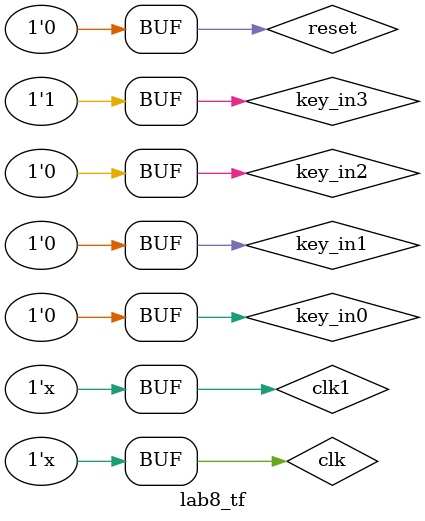
<source format=v>
`timescale 1 ns / 1 ns

module lab8_tf();

parameter D1 = 167;
parameter D2 = 976563;

// Inputs
    reg clk;
    reg clk1;
    reg key_in0;
    reg key_in1;
    reg key_in2;
    reg key_in3;
    reg reset;


// Outputs
    wire a;
    wire b;
    wire c;
    wire d;
    wire e;
    wire f;
    wire g;
    wire key_out1;
    wire key_out2;
    wire key_out3;
    wire key_out4;
    wire LED0;
    wire LED1;
    wire LED2;
    wire LED3;
    wire LED4;
    wire LEDVCC1;
    wire LEDVCC2;
    wire LEDVCC3;
    wire LEDVCC4;
    wire PointTime;


// Bidirs


// Instantiate the UUT
    lab8 UUT (
        .a(a), 
        .b(b), 
        .c(c), 
        .clk(clk), 
        .clk1(clk1), 
        .d(d), 
        .e(e), 
        .f(f), 
        .g(g), 
        .key_in0(key_in0), 
        .key_in1(key_in1), 
        .key_in2(key_in2), 
        .key_in3(key_in3), 
        .key_out1(key_out1), 
        .key_out2(key_out2), 
        .key_out3(key_out3), 
        .key_out4(key_out4), 
        .LED0(LED0), 
        .LED1(LED1), 
        .LED2(LED2), 
        .LED3(LED3), 
        .LED4(LED4), 
        .LEDVCC1(LEDVCC1), 
        .LEDVCC2(LEDVCC2), 
        .LEDVCC3(LEDVCC3), 
        .LEDVCC4(LEDVCC4), 
        .PointTime(PointTime), 
        .reset(reset)
        );


// Initialize Inputs
// You can add your stimulus here
    initial begin
            clk = 0;
            clk1 = 0;
            key_in0 = 0;
            key_in1 = 0;
            key_in2 = 0;
            key_in3 = 0;
            reset = 0;
			#(D2*2)
			key_in0 = 1;
			#(D2*3)
			key_in1 = 1;
			key_in0 = 0;
			#(D2*4)
			key_in1 = 0;
			key_in2 = 1;
			#(D2*4)
			key_in3 = 1;
			key_in2 = 0;

			
    end

  always 		#(D1) clk=~clk;
  always 		#(D2) clk1=~clk1;

endmodule // lab8_tf

</source>
